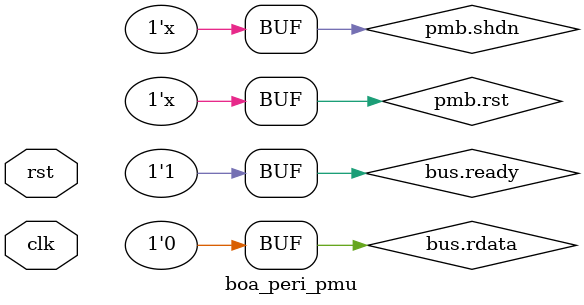
<source format=sv>


`timescale 1ns/1ps



// Power management bus.
interface pmu_bus();
    // CPU->PMU: System reset.
    logic   rst;
    // CPU->PMU: System shutdown.
    logic   shdn;
    
    // Signals as seen from CPU perspective.
    modport CPU (output rst, shdn);
    // Signals as seen from PMU perspective.
    modport PMU (input  rst, shdn);
endinterface

// Power management unit.
module boa_peri_pmu(
    // CPU clock.
    input  logic    clk,
    // Synchronous reset.
    input  logic    rst,
    
    // Peripheral bus.
    boa_mem_bus.MEM bus,
    // Power management bus.
    pmu_bus.CPU     pmb
);
    assign pmb.rst   = bus.we[0] && bus.wdata[0];
    assign pmb.shdn  = bus.we[0] && bus.wdata[1];
    assign bus.ready = 1;
    assign bus.rdata = 0;
endmodule

</source>
